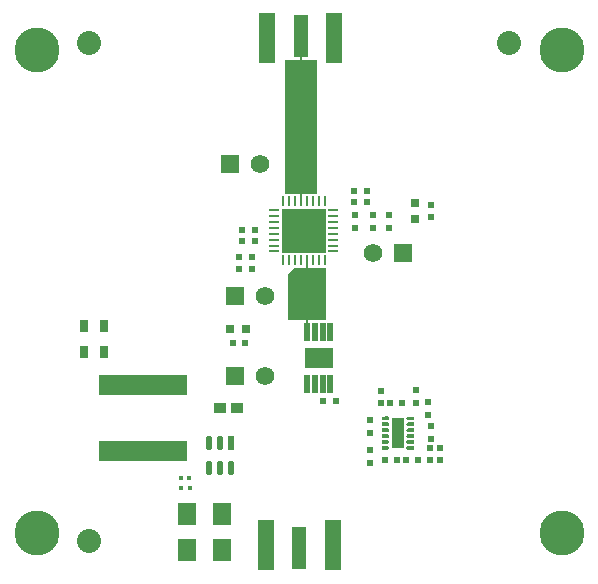
<source format=gts>
G04*
G04 #@! TF.GenerationSoftware,Altium Limited,Altium Designer,23.8.1 (32)*
G04*
G04 Layer_Color=8388736*
%FSLAX25Y25*%
%MOIN*%
G70*
G04*
G04 #@! TF.SameCoordinates,C2238681-CFA7-4295-91EC-4EAF016C526F*
G04*
G04*
G04 #@! TF.FilePolarity,Negative*
G04*
G01*
G75*
%ADD20R,0.09488X0.07008*%
%ADD21C,0.01181*%
%ADD22R,0.04331X0.10472*%
%ADD23R,0.01772X0.01772*%
%ADD24R,0.01772X0.01378*%
%ADD25R,0.03150X0.02953*%
%ADD26R,0.01181X0.01181*%
%ADD27R,0.05315X0.16535*%
%ADD28R,0.05000X0.14173*%
%ADD29R,0.29528X0.07087*%
%ADD30R,0.00942X0.03567*%
G04:AMPARAMS|DCode=31|XSize=35.67mil|YSize=9.42mil|CornerRadius=4.71mil|HoleSize=0mil|Usage=FLASHONLY|Rotation=90.000|XOffset=0mil|YOffset=0mil|HoleType=Round|Shape=RoundedRectangle|*
%AMROUNDEDRECTD31*
21,1,0.03567,0.00000,0,0,90.0*
21,1,0.02625,0.00942,0,0,90.0*
1,1,0.00942,0.00000,0.01313*
1,1,0.00942,0.00000,-0.01313*
1,1,0.00942,0.00000,-0.01313*
1,1,0.00942,0.00000,0.01313*
%
%ADD31ROUNDEDRECTD31*%
G04:AMPARAMS|DCode=32|XSize=9.42mil|YSize=35.67mil|CornerRadius=4.71mil|HoleSize=0mil|Usage=FLASHONLY|Rotation=90.000|XOffset=0mil|YOffset=0mil|HoleType=Round|Shape=RoundedRectangle|*
%AMROUNDEDRECTD32*
21,1,0.00942,0.02625,0,0,90.0*
21,1,0.00000,0.03567,0,0,90.0*
1,1,0.00942,0.01313,0.00000*
1,1,0.00942,0.01313,0.00000*
1,1,0.00942,-0.01313,0.00000*
1,1,0.00942,-0.01313,0.00000*
%
%ADD32ROUNDEDRECTD32*%
G04:AMPARAMS|DCode=33|XSize=49.38mil|YSize=20.95mil|CornerRadius=10.48mil|HoleSize=0mil|Usage=FLASHONLY|Rotation=270.000|XOffset=0mil|YOffset=0mil|HoleType=Round|Shape=RoundedRectangle|*
%AMROUNDEDRECTD33*
21,1,0.04938,0.00000,0,0,270.0*
21,1,0.02843,0.02095,0,0,270.0*
1,1,0.02095,0.00000,-0.01422*
1,1,0.02095,0.00000,0.01422*
1,1,0.02095,0.00000,0.01422*
1,1,0.02095,0.00000,-0.01422*
%
%ADD33ROUNDEDRECTD33*%
%ADD34R,0.02095X0.04938*%
%ADD35R,0.03963X0.03773*%
%ADD36R,0.06102X0.07480*%
%ADD37R,0.02559X0.04134*%
%ADD38R,0.02362X0.02165*%
%ADD39R,0.02362X0.02362*%
%ADD40R,0.02362X0.02362*%
%ADD41R,0.02953X0.03150*%
%ADD42R,0.02165X0.02362*%
%ADD44C,0.00776*%
%ADD45R,0.11051X0.44970*%
%ADD46R,0.02165X0.05906*%
%ADD47R,0.14961X0.14961*%
%ADD48C,0.08000*%
%ADD49C,0.06181*%
%ADD50R,0.06181X0.06181*%
%ADD51C,0.15000*%
%ADD52C,0.01800*%
G36*
X109073Y83500D02*
X96357D01*
Y98945D01*
X98344Y100932D01*
X109073D01*
Y83500D01*
D02*
G37*
G36*
X136311Y51433D02*
X138279D01*
Y50252D01*
X136311Y50247D01*
X136157Y50267D01*
X136013Y50327D01*
X135890Y50421D01*
X135795Y50545D01*
X135736Y50688D01*
X135715Y50842D01*
X135736Y50997D01*
X135795Y51140D01*
X135890Y51264D01*
X136013Y51358D01*
X136157Y51418D01*
X136311Y51438D01*
Y51433D01*
D02*
G37*
G36*
X129575Y51418D02*
X129719Y51358D01*
X129842Y51264D01*
X129937Y51140D01*
X129997Y50997D01*
X130017Y50842D01*
X129997Y50688D01*
X129937Y50545D01*
X129842Y50421D01*
X129719Y50327D01*
X129575Y50267D01*
X129421Y50247D01*
Y50252D01*
X127453D01*
Y51433D01*
X129421Y51438D01*
X129575Y51418D01*
D02*
G37*
G36*
X136311Y49465D02*
X138279D01*
Y48283D01*
X136311Y48278D01*
X136157Y48299D01*
X136013Y48358D01*
X135890Y48453D01*
X135795Y48576D01*
X135736Y48720D01*
X135715Y48874D01*
X135736Y49028D01*
X135795Y49172D01*
X135890Y49295D01*
X136013Y49390D01*
X136157Y49449D01*
X136311Y49470D01*
Y49465D01*
D02*
G37*
G36*
X129575Y49449D02*
X129719Y49390D01*
X129842Y49295D01*
X129937Y49172D01*
X129997Y49028D01*
X130017Y48874D01*
X129997Y48720D01*
X129937Y48576D01*
X129842Y48453D01*
X129719Y48358D01*
X129575Y48299D01*
X129421Y48278D01*
Y48283D01*
X127453D01*
Y49465D01*
X129421Y49470D01*
X129575Y49449D01*
D02*
G37*
G36*
X136311Y47496D02*
X138279D01*
Y46315D01*
X136311Y46310D01*
X136157Y46330D01*
X136013Y46390D01*
X135890Y46484D01*
X135795Y46608D01*
X135736Y46751D01*
X135715Y46905D01*
X135736Y47060D01*
X135795Y47203D01*
X135890Y47327D01*
X136013Y47421D01*
X136157Y47481D01*
X136311Y47501D01*
Y47496D01*
D02*
G37*
G36*
X129575Y47481D02*
X129719Y47421D01*
X129842Y47327D01*
X129937Y47203D01*
X129997Y47060D01*
X130017Y46905D01*
X129997Y46751D01*
X129937Y46608D01*
X129842Y46484D01*
X129719Y46390D01*
X129575Y46330D01*
X129421Y46310D01*
Y46315D01*
X127453D01*
Y47496D01*
X129421Y47501D01*
X129575Y47481D01*
D02*
G37*
G36*
X136311Y45528D02*
X138279D01*
Y44346D01*
X136311Y44341D01*
X136157Y44362D01*
X136013Y44421D01*
X135890Y44516D01*
X135795Y44639D01*
X135736Y44783D01*
X135715Y44937D01*
X135736Y45091D01*
X135795Y45235D01*
X135890Y45358D01*
X136013Y45453D01*
X136157Y45512D01*
X136311Y45533D01*
Y45528D01*
D02*
G37*
G36*
X129575Y45512D02*
X129719Y45453D01*
X129842Y45358D01*
X129937Y45235D01*
X129997Y45091D01*
X130017Y44937D01*
X129997Y44783D01*
X129937Y44639D01*
X129842Y44516D01*
X129719Y44421D01*
X129575Y44362D01*
X129421Y44341D01*
Y44346D01*
X127453D01*
Y45528D01*
X129421Y45533D01*
X129575Y45512D01*
D02*
G37*
G36*
X136311Y43559D02*
X138279D01*
Y42378D01*
X136311Y42373D01*
X136157Y42393D01*
X136013Y42453D01*
X135890Y42547D01*
X135795Y42671D01*
X135736Y42814D01*
X135715Y42968D01*
X135736Y43123D01*
X135795Y43266D01*
X135890Y43390D01*
X136013Y43484D01*
X136157Y43544D01*
X136311Y43564D01*
Y43559D01*
D02*
G37*
G36*
X129575Y43544D02*
X129719Y43484D01*
X129842Y43390D01*
X129937Y43266D01*
X129997Y43123D01*
X130017Y42968D01*
X129997Y42814D01*
X129937Y42671D01*
X129842Y42547D01*
X129719Y42453D01*
X129575Y42393D01*
X129421Y42373D01*
Y42378D01*
X127453D01*
Y43559D01*
X129421Y43564D01*
X129575Y43544D01*
D02*
G37*
G36*
X136311Y41591D02*
X138279D01*
Y40409D01*
X136311Y40404D01*
X136157Y40425D01*
X136013Y40484D01*
X135890Y40579D01*
X135795Y40702D01*
X135736Y40846D01*
X135715Y41000D01*
X135736Y41154D01*
X135795Y41298D01*
X135890Y41421D01*
X136013Y41516D01*
X136157Y41575D01*
X136311Y41596D01*
Y41591D01*
D02*
G37*
G36*
X129575Y41575D02*
X129719Y41516D01*
X129842Y41421D01*
X129937Y41298D01*
X129997Y41154D01*
X130017Y41000D01*
X129997Y40846D01*
X129937Y40702D01*
X129842Y40579D01*
X129719Y40484D01*
X129575Y40425D01*
X129421Y40404D01*
Y40409D01*
X127453D01*
Y41591D01*
X129421Y41596D01*
X129575Y41575D01*
D02*
G37*
D20*
X106500Y71000D02*
D03*
D21*
X137000Y42968D02*
D03*
Y44937D02*
D03*
Y46905D02*
D03*
Y48874D02*
D03*
Y50842D02*
D03*
X128732D02*
D03*
Y48874D02*
D03*
Y46905D02*
D03*
Y44937D02*
D03*
Y42968D02*
D03*
Y41000D02*
D03*
X137000D02*
D03*
D22*
X132866Y45921D02*
D03*
D23*
X60425Y27500D02*
D03*
X63575D02*
D03*
D24*
X63279Y31000D02*
D03*
X60720D02*
D03*
D25*
X138500Y117342D02*
D03*
Y122658D02*
D03*
D26*
X98138Y130000D02*
D03*
X100500D02*
D03*
D27*
X88878Y8508D02*
D03*
X111122D02*
D03*
X89378Y177492D02*
D03*
X111622D02*
D03*
D28*
X100000Y7721D02*
D03*
X100500Y178279D02*
D03*
D29*
X48000Y62024D02*
D03*
Y39976D02*
D03*
D30*
X94657Y103500D02*
D03*
D31*
X96626D02*
D03*
X98594D02*
D03*
X100563D02*
D03*
X102532D02*
D03*
X104500D02*
D03*
X106468D02*
D03*
X108437D02*
D03*
Y123209D02*
D03*
X106468D02*
D03*
X104500D02*
D03*
X102532D02*
D03*
X100563D02*
D03*
X98594D02*
D03*
X96626D02*
D03*
X94657D02*
D03*
D32*
X111402Y106465D02*
D03*
Y108433D02*
D03*
Y110402D02*
D03*
Y112370D02*
D03*
Y114339D02*
D03*
Y116307D02*
D03*
Y118276D02*
D03*
Y120244D02*
D03*
X91693D02*
D03*
Y118276D02*
D03*
Y116307D02*
D03*
Y114339D02*
D03*
Y112370D02*
D03*
Y110402D02*
D03*
Y108433D02*
D03*
Y106465D02*
D03*
D33*
X77240Y34365D02*
D03*
X73500D02*
D03*
X69760D02*
D03*
Y42635D02*
D03*
X73500D02*
D03*
D34*
X77240D02*
D03*
D35*
X79283Y54181D02*
D03*
X73568D02*
D03*
D36*
X62693Y19000D02*
D03*
X74307D02*
D03*
X62693Y7000D02*
D03*
X74307D02*
D03*
D37*
X34846Y81500D02*
D03*
X28153D02*
D03*
X34846Y73000D02*
D03*
X28153D02*
D03*
D38*
X144000Y118032D02*
D03*
Y121968D02*
D03*
X143500Y37031D02*
D03*
Y40968D02*
D03*
X147000D02*
D03*
Y37031D02*
D03*
X127366Y59890D02*
D03*
Y55953D02*
D03*
D39*
X122665Y123000D02*
D03*
X118335D02*
D03*
X79835Y104500D02*
D03*
X84165D02*
D03*
X79835Y100500D02*
D03*
X84165D02*
D03*
X107835Y56500D02*
D03*
X112165D02*
D03*
X80835Y110000D02*
D03*
X85165D02*
D03*
X80835Y113500D02*
D03*
X85165D02*
D03*
X122665Y126500D02*
D03*
X118335D02*
D03*
D40*
X130000Y118665D02*
D03*
Y114335D02*
D03*
X124500Y118665D02*
D03*
Y114335D02*
D03*
X118500Y118665D02*
D03*
Y114335D02*
D03*
X100500Y138165D02*
D03*
Y133835D02*
D03*
X102661Y89335D02*
D03*
Y93665D02*
D03*
X143000Y51835D02*
D03*
Y56165D02*
D03*
X144000Y44000D02*
D03*
Y48331D02*
D03*
X123500Y35835D02*
D03*
Y40165D02*
D03*
Y50165D02*
D03*
Y45835D02*
D03*
X139000Y55835D02*
D03*
Y60165D02*
D03*
D41*
X76842Y80500D02*
D03*
X82157D02*
D03*
D42*
X128532Y37000D02*
D03*
X132468D02*
D03*
X139469D02*
D03*
X135531D02*
D03*
X78031Y76000D02*
D03*
X81968D02*
D03*
X134335Y55921D02*
D03*
X130398D02*
D03*
D44*
X102661Y79661D02*
Y89173D01*
X102532Y93697D02*
Y103500D01*
X100563Y123209D02*
Y133772D01*
X100500Y138165D02*
Y171500D01*
D45*
X100525Y148015D02*
D03*
D46*
X110339Y79661D02*
D03*
X105220D02*
D03*
X102661D02*
D03*
X107780D02*
D03*
Y62339D02*
D03*
X110339D02*
D03*
X102661D02*
D03*
X105220D02*
D03*
D47*
X101547Y113355D02*
D03*
D48*
X170000Y176000D02*
D03*
X30000D02*
D03*
X30000Y10000D02*
D03*
D49*
X87000Y135500D02*
D03*
X88500Y65000D02*
D03*
X124500Y106000D02*
D03*
X88500Y91500D02*
D03*
D50*
X77000Y135500D02*
D03*
X78500Y65000D02*
D03*
X134500Y106000D02*
D03*
X78500Y91500D02*
D03*
D51*
X187500Y173500D02*
D03*
Y12500D02*
D03*
X12500Y173500D02*
D03*
X12500Y12500D02*
D03*
D52*
X132866Y42921D02*
D03*
Y48921D02*
D03*
X101500Y109000D02*
D03*
Y113500D02*
D03*
Y118000D02*
D03*
X106000Y113500D02*
D03*
X97000D02*
D03*
Y109000D02*
D03*
X106000D02*
D03*
Y118000D02*
D03*
X97000D02*
D03*
X110000Y69000D02*
D03*
X106500D02*
D03*
X103000D02*
D03*
Y73000D02*
D03*
X106500D02*
D03*
X110000D02*
D03*
M02*

</source>
